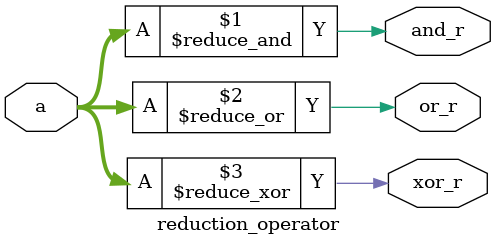
<source format=v>
module reduction_operator(
input [3:0] a,
output and_r, or_r, xor_r
);
assign and_r = &a;
assign or_r  = |a;
assign xor_r = ^a;
endmodule

/*OUTPUT
meenakshi@meenakshi-Inspiron-3501:~/verilog/reduction_operator$ vvp reduction_operator.out
VCD info: dumpfile reduction_operator.vcd opened for output.
  0 a=1101 | AND=0 | OR=1 | XOR=1
reduction_operator_tb.v:16: $finish called at 10 (1s)
*/

</source>
